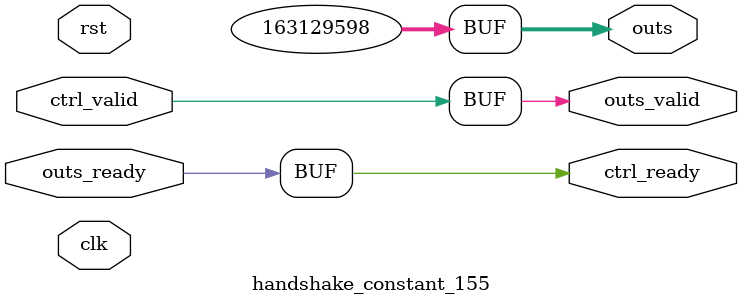
<source format=v>
`timescale 1ns / 1ps
module handshake_constant_155 #(
  parameter DATA_WIDTH = 32  // Default set to 32 bits
) (
  input                       clk,
  input                       rst,
  // Input Channel
  input                       ctrl_valid,
  output                      ctrl_ready,
  // Output Channel
  output [DATA_WIDTH - 1 : 0] outs,
  output                      outs_valid,
  input                       outs_ready
);
  assign outs       = 29'b01001101110010010100011111110;
  assign outs_valid = ctrl_valid;
  assign ctrl_ready = outs_ready;

endmodule

</source>
